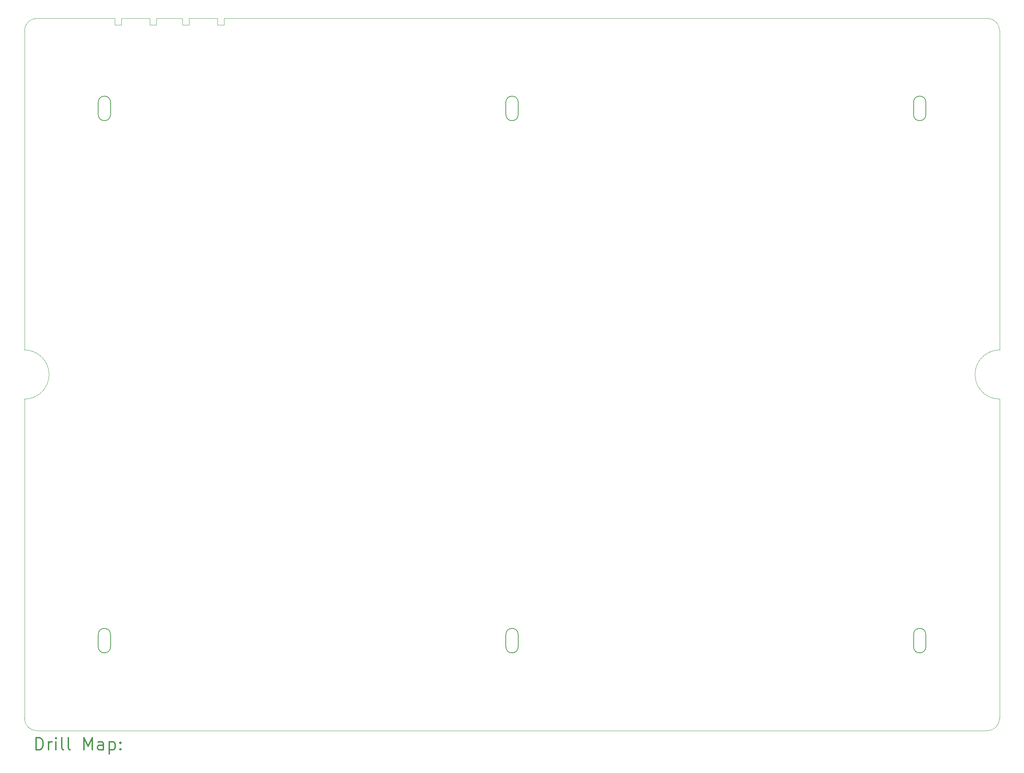
<source format=gbr>
%FSLAX45Y45*%
G04 Gerber Fmt 4.5, Leading zero omitted, Abs format (unit mm)*
G04 Created by KiCad (PCBNEW (5.1.12)-1) date 2023-08-15 20:50:20*
%MOMM*%
%LPD*%
G01*
G04 APERTURE LIST*
%TA.AperFunction,Profile*%
%ADD10C,0.050000*%
%TD*%
%TA.AperFunction,Profile*%
%ADD11C,0.150000*%
%TD*%
%ADD12C,0.200000*%
%ADD13C,0.300000*%
G04 APERTURE END LIST*
D10*
X4206240Y-2000250D02*
X2300000Y-2000000D01*
X4206240Y-2165350D02*
X4206240Y-2000250D01*
X4367530Y-2165350D02*
X4206240Y-2165350D01*
X4367530Y-2000250D02*
X4367530Y-2165350D01*
X5055870Y-2000250D02*
X4367530Y-2000250D01*
X5055870Y-2165350D02*
X5055870Y-2000250D01*
X5217160Y-2165350D02*
X5055870Y-2165350D01*
X5217160Y-2000250D02*
X5217160Y-2165350D01*
X5855970Y-2000250D02*
X5217160Y-2000250D01*
X5855970Y-2165350D02*
X5855970Y-2000250D01*
X6018530Y-2165350D02*
X5855970Y-2165350D01*
X6018530Y-2000250D02*
X6018530Y-2165350D01*
X6706870Y-2000250D02*
X6018530Y-2000250D01*
X6706870Y-2165350D02*
X6706870Y-2000250D01*
X6869430Y-2165350D02*
X6706870Y-2165350D01*
X6869430Y-2000250D02*
X6869430Y-2165350D01*
X7045960Y-2000250D02*
X6869430Y-2000250D01*
X9080500Y-2000250D02*
X7045960Y-2000250D01*
D11*
X14050000Y-17050000D02*
X14050000Y-17350000D01*
D10*
X9080500Y-2000250D02*
X25500000Y-2000250D01*
X2300000Y-19400000D02*
X25500000Y-19400000D01*
D11*
X4100000Y-17050000D02*
X4100000Y-17350000D01*
X4100000Y-17350000D02*
G75*
G02*
X3800000Y-17350000I-150000J0D01*
G01*
X3800000Y-17050000D02*
G75*
G02*
X4100000Y-17050000I150000J0D01*
G01*
X3800000Y-17050000D02*
X3800000Y-17350000D01*
X14050000Y-17350000D02*
G75*
G02*
X13750000Y-17350000I-150000J0D01*
G01*
X13750000Y-17050000D02*
G75*
G02*
X14050000Y-17050000I150000J0D01*
G01*
X13750000Y-17050000D02*
X13750000Y-17350000D01*
X24000000Y-17050000D02*
X24000000Y-17350000D01*
X24000000Y-17350000D02*
G75*
G02*
X23700000Y-17350000I-150000J0D01*
G01*
X23700000Y-17050000D02*
G75*
G02*
X24000000Y-17050000I150000J0D01*
G01*
X23700000Y-17050000D02*
X23700000Y-17350000D01*
X24000000Y-4050000D02*
X24000000Y-4350000D01*
X24000000Y-4350000D02*
G75*
G02*
X23700000Y-4350000I-150000J0D01*
G01*
X23700000Y-4050000D02*
G75*
G02*
X24000000Y-4050000I150000J0D01*
G01*
X23700000Y-4050000D02*
X23700000Y-4350000D01*
X4100000Y-4050000D02*
X4100000Y-4350000D01*
X4100000Y-4350000D02*
G75*
G02*
X3800000Y-4350000I-150000J0D01*
G01*
X3800000Y-4050000D02*
G75*
G02*
X4100000Y-4050000I150000J0D01*
G01*
X3800000Y-4050000D02*
X3800000Y-4350000D01*
X13750000Y-4050000D02*
X13750000Y-4350000D01*
X13750000Y-4050000D02*
G75*
G02*
X14050000Y-4050000I150000J0D01*
G01*
X14050000Y-4350000D02*
G75*
G02*
X13750000Y-4350000I-150000J0D01*
G01*
X14050000Y-4050000D02*
X14050000Y-4350000D01*
D10*
X2000000Y-10100000D02*
G75*
G02*
X2000000Y-11300000I0J-600000D01*
G01*
X25800000Y-11300000D02*
X25800000Y-19100000D01*
X25800000Y-2300000D02*
X25800000Y-10100000D01*
X2000000Y-19100000D02*
X2000000Y-11300000D01*
X25500000Y-2000000D02*
G75*
G02*
X25800000Y-2300000I0J-300000D01*
G01*
X25800000Y-19100000D02*
G75*
G02*
X25500000Y-19400000I-300000J0D01*
G01*
X2300000Y-19400000D02*
G75*
G02*
X2000000Y-19100000I0J300000D01*
G01*
X2000000Y-10100000D02*
X2000000Y-2300000D01*
X2000000Y-2300000D02*
G75*
G02*
X2300000Y-2000000I300000J0D01*
G01*
X25800000Y-11300000D02*
G75*
G02*
X25800000Y-10100000I0J600000D01*
G01*
D12*
D13*
X2283928Y-19868214D02*
X2283928Y-19568214D01*
X2355357Y-19568214D01*
X2398214Y-19582500D01*
X2426786Y-19611072D01*
X2441071Y-19639643D01*
X2455357Y-19696786D01*
X2455357Y-19739643D01*
X2441071Y-19796786D01*
X2426786Y-19825357D01*
X2398214Y-19853929D01*
X2355357Y-19868214D01*
X2283928Y-19868214D01*
X2583928Y-19868214D02*
X2583928Y-19668214D01*
X2583928Y-19725357D02*
X2598214Y-19696786D01*
X2612500Y-19682500D01*
X2641071Y-19668214D01*
X2669643Y-19668214D01*
X2769643Y-19868214D02*
X2769643Y-19668214D01*
X2769643Y-19568214D02*
X2755357Y-19582500D01*
X2769643Y-19596786D01*
X2783928Y-19582500D01*
X2769643Y-19568214D01*
X2769643Y-19596786D01*
X2955357Y-19868214D02*
X2926786Y-19853929D01*
X2912500Y-19825357D01*
X2912500Y-19568214D01*
X3112500Y-19868214D02*
X3083928Y-19853929D01*
X3069643Y-19825357D01*
X3069643Y-19568214D01*
X3455357Y-19868214D02*
X3455357Y-19568214D01*
X3555357Y-19782500D01*
X3655357Y-19568214D01*
X3655357Y-19868214D01*
X3926786Y-19868214D02*
X3926786Y-19711072D01*
X3912500Y-19682500D01*
X3883928Y-19668214D01*
X3826786Y-19668214D01*
X3798214Y-19682500D01*
X3926786Y-19853929D02*
X3898214Y-19868214D01*
X3826786Y-19868214D01*
X3798214Y-19853929D01*
X3783928Y-19825357D01*
X3783928Y-19796786D01*
X3798214Y-19768214D01*
X3826786Y-19753929D01*
X3898214Y-19753929D01*
X3926786Y-19739643D01*
X4069643Y-19668214D02*
X4069643Y-19968214D01*
X4069643Y-19682500D02*
X4098214Y-19668214D01*
X4155357Y-19668214D01*
X4183928Y-19682500D01*
X4198214Y-19696786D01*
X4212500Y-19725357D01*
X4212500Y-19811072D01*
X4198214Y-19839643D01*
X4183928Y-19853929D01*
X4155357Y-19868214D01*
X4098214Y-19868214D01*
X4069643Y-19853929D01*
X4341071Y-19839643D02*
X4355357Y-19853929D01*
X4341071Y-19868214D01*
X4326786Y-19853929D01*
X4341071Y-19839643D01*
X4341071Y-19868214D01*
X4341071Y-19682500D02*
X4355357Y-19696786D01*
X4341071Y-19711072D01*
X4326786Y-19696786D01*
X4341071Y-19682500D01*
X4341071Y-19711072D01*
M02*

</source>
